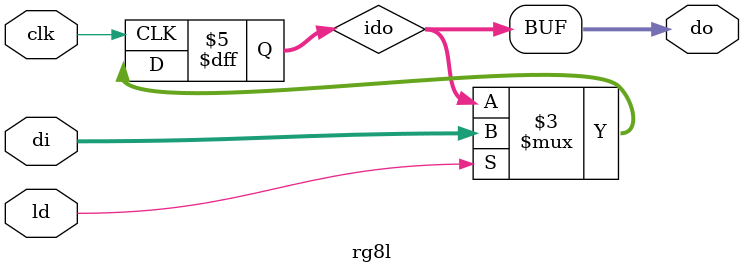
<source format=v>
`timescale 1 ns / 1 ns // timescale for following modules

module rg8l (di,
   ld,
   do,
   clk);
input   [7:0] di; //  Data input

input   ld; //  load

output  [7:0] do; //  Data output

input   clk; //  clock input

wire    [7:0] do; 
// ---------------------------------------------------------------------------
// 
//   Architecture body
// 
// ---------------------------------------------------------------------------
reg     [7:0] ido; //  Internal data output
// ---------------------------------------------------------------------------
// 
//      Process: ff1
// 
//   Parameters: NONE
// 
//  Description: This process implements d-flip flops.
// 
// ---------------------------------------------------------------------------
assign do = ido; 
//  Buffer data output
always @(posedge clk)
   begin : ff1
   if (ld == 1'b 1)
      begin
      ido <= di;
      end
   end

endmodule // module rg8l


</source>
